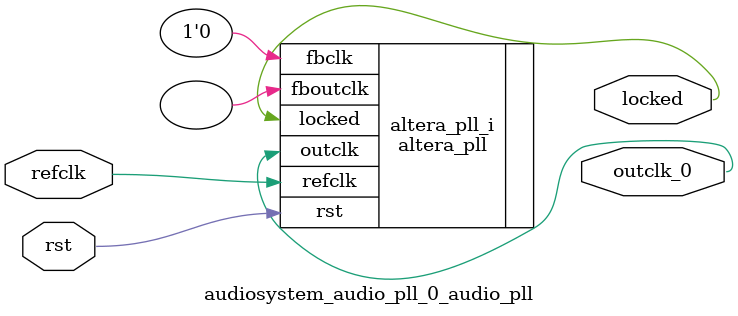
<source format=v>
`timescale 1ns/10ps
module  audiosystem_audio_pll_0_audio_pll(

	// interface 'refclk'
	input wire refclk,

	// interface 'reset'
	input wire rst,

	// interface 'outclk0'
	output wire outclk_0,

	// interface 'locked'
	output wire locked
);

	altera_pll #(
		.fractional_vco_multiplier("false"),
		.reference_clock_frequency("50.0 MHz"),
		.operation_mode("direct"),
		.number_of_clocks(1),
		.output_clock_frequency0("12.288135 MHz"),
		.phase_shift0("0 ps"),
		.duty_cycle0(50),
		.output_clock_frequency1("0 MHz"),
		.phase_shift1("0 ps"),
		.duty_cycle1(50),
		.output_clock_frequency2("0 MHz"),
		.phase_shift2("0 ps"),
		.duty_cycle2(50),
		.output_clock_frequency3("0 MHz"),
		.phase_shift3("0 ps"),
		.duty_cycle3(50),
		.output_clock_frequency4("0 MHz"),
		.phase_shift4("0 ps"),
		.duty_cycle4(50),
		.output_clock_frequency5("0 MHz"),
		.phase_shift5("0 ps"),
		.duty_cycle5(50),
		.output_clock_frequency6("0 MHz"),
		.phase_shift6("0 ps"),
		.duty_cycle6(50),
		.output_clock_frequency7("0 MHz"),
		.phase_shift7("0 ps"),
		.duty_cycle7(50),
		.output_clock_frequency8("0 MHz"),
		.phase_shift8("0 ps"),
		.duty_cycle8(50),
		.output_clock_frequency9("0 MHz"),
		.phase_shift9("0 ps"),
		.duty_cycle9(50),
		.output_clock_frequency10("0 MHz"),
		.phase_shift10("0 ps"),
		.duty_cycle10(50),
		.output_clock_frequency11("0 MHz"),
		.phase_shift11("0 ps"),
		.duty_cycle11(50),
		.output_clock_frequency12("0 MHz"),
		.phase_shift12("0 ps"),
		.duty_cycle12(50),
		.output_clock_frequency13("0 MHz"),
		.phase_shift13("0 ps"),
		.duty_cycle13(50),
		.output_clock_frequency14("0 MHz"),
		.phase_shift14("0 ps"),
		.duty_cycle14(50),
		.output_clock_frequency15("0 MHz"),
		.phase_shift15("0 ps"),
		.duty_cycle15(50),
		.output_clock_frequency16("0 MHz"),
		.phase_shift16("0 ps"),
		.duty_cycle16(50),
		.output_clock_frequency17("0 MHz"),
		.phase_shift17("0 ps"),
		.duty_cycle17(50),
		.pll_type("General"),
		.pll_subtype("General")
	) altera_pll_i (
		.rst	(rst),
		.outclk	({outclk_0}),
		.locked	(locked),
		.fboutclk	( ),
		.fbclk	(1'b0),
		.refclk	(refclk)
	);
endmodule


</source>
